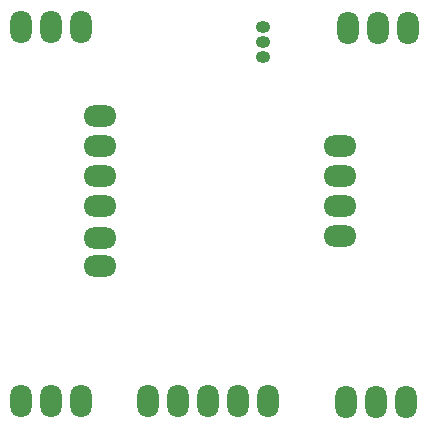
<source format=gbs>
G04*
G04 #@! TF.GenerationSoftware,Altium Limited,Altium Designer,22.7.1 (60)*
G04*
G04 Layer_Color=16711935*
%FSLAX44Y44*%
%MOMM*%
G71*
G04*
G04 #@! TF.SameCoordinates,7FD8A325-ED4A-4E6D-A823-A032D3294E47*
G04*
G04*
G04 #@! TF.FilePolarity,Negative*
G04*
G01*
G75*
%ADD17O,1.8032X2.8032*%
%ADD18O,2.8032X1.8032*%
%ADD19O,1.2032X1.0032*%
D17*
X231600Y22000D02*
D03*
X180800D02*
D03*
X155000D02*
D03*
X130000D02*
D03*
X206200D02*
D03*
X298600Y338000D02*
D03*
X324000D02*
D03*
X349400D02*
D03*
X22150Y339000D02*
D03*
X47550D02*
D03*
X72950D02*
D03*
X72790Y22000D02*
D03*
X47390D02*
D03*
X21990D02*
D03*
X348400Y21000D02*
D03*
X323000D02*
D03*
X297600D02*
D03*
D18*
X292200Y161600D02*
D03*
Y187000D02*
D03*
Y212400D02*
D03*
Y237800D02*
D03*
X89000Y136200D02*
D03*
Y160200D02*
D03*
Y187000D02*
D03*
Y263200D02*
D03*
Y238200D02*
D03*
Y212400D02*
D03*
D19*
X227000Y338900D02*
D03*
Y326200D02*
D03*
Y313500D02*
D03*
M02*

</source>
